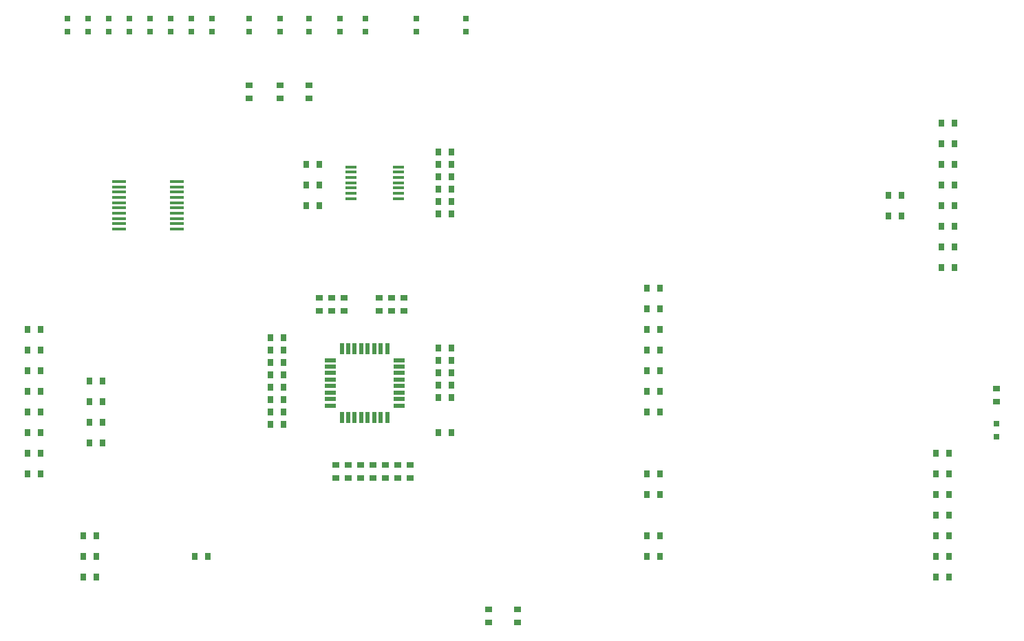
<source format=gtp>
G04*
G04 #@! TF.GenerationSoftware,Altium Limited,Altium Designer,22.3.1 (43)*
G04*
G04 Layer_Color=8421504*
%FSLAX25Y25*%
%MOIN*%
G70*
G04*
G04 #@! TF.SameCoordinates,C488EDB3-D5C6-4A86-98F8-C412E4F75817*
G04*
G04*
G04 #@! TF.FilePolarity,Positive*
G04*
G01*
G75*
%ADD15R,0.03740X0.03150*%
%ADD16R,0.03150X0.03150*%
%ADD17R,0.07087X0.01772*%
%ADD18R,0.05807X0.01772*%
%ADD19R,0.03150X0.03740*%
%ADD20R,0.02362X0.05807*%
%ADD21R,0.05807X0.02362*%
D15*
X280000Y54150D02*
D03*
Y47850D02*
D03*
X294000Y54150D02*
D03*
Y47850D02*
D03*
X164000Y301850D02*
D03*
Y308150D02*
D03*
X179000Y301850D02*
D03*
Y308150D02*
D03*
X193000Y301850D02*
D03*
Y308150D02*
D03*
X227000Y198850D02*
D03*
Y205150D02*
D03*
X210000D02*
D03*
Y198850D02*
D03*
X233000D02*
D03*
Y205150D02*
D03*
X204000D02*
D03*
Y198850D02*
D03*
X239000D02*
D03*
Y205150D02*
D03*
X198000D02*
D03*
Y198850D02*
D03*
X242000Y124150D02*
D03*
Y117850D02*
D03*
X236000Y124150D02*
D03*
Y117850D02*
D03*
X230000Y124150D02*
D03*
Y117850D02*
D03*
X224000Y124150D02*
D03*
Y117850D02*
D03*
X206000D02*
D03*
Y124150D02*
D03*
X218000D02*
D03*
Y117850D02*
D03*
X212000Y124150D02*
D03*
Y117850D02*
D03*
X526000Y154850D02*
D03*
Y161150D02*
D03*
D16*
Y144299D02*
D03*
Y138000D02*
D03*
X164000Y340650D02*
D03*
Y334350D02*
D03*
X179000Y340650D02*
D03*
Y334350D02*
D03*
X193000Y340650D02*
D03*
Y334350D02*
D03*
X269000Y340650D02*
D03*
Y334350D02*
D03*
X245000Y340650D02*
D03*
Y334350D02*
D03*
X146000Y340650D02*
D03*
Y334350D02*
D03*
X136000Y340650D02*
D03*
Y334350D02*
D03*
X126000Y340650D02*
D03*
Y334350D02*
D03*
X116000Y340650D02*
D03*
Y334350D02*
D03*
X106000Y340650D02*
D03*
Y334350D02*
D03*
X96000Y340650D02*
D03*
Y334350D02*
D03*
X86000Y340650D02*
D03*
Y334350D02*
D03*
X76000Y340650D02*
D03*
Y334350D02*
D03*
X208000Y340650D02*
D03*
Y334350D02*
D03*
X220500Y340650D02*
D03*
Y334350D02*
D03*
D17*
X101024Y261516D02*
D03*
Y258957D02*
D03*
Y256398D02*
D03*
Y253839D02*
D03*
Y251279D02*
D03*
Y248721D02*
D03*
Y246161D02*
D03*
Y243602D02*
D03*
Y241043D02*
D03*
Y238484D02*
D03*
X128976D02*
D03*
Y241043D02*
D03*
Y243602D02*
D03*
Y246161D02*
D03*
Y248721D02*
D03*
Y251279D02*
D03*
Y253839D02*
D03*
Y256398D02*
D03*
Y258957D02*
D03*
Y261516D02*
D03*
D18*
X213433Y268677D02*
D03*
Y266118D02*
D03*
Y263559D02*
D03*
Y261000D02*
D03*
Y258441D02*
D03*
Y255882D02*
D03*
Y253323D02*
D03*
X236567D02*
D03*
Y255882D02*
D03*
Y258441D02*
D03*
Y261000D02*
D03*
Y263559D02*
D03*
Y266118D02*
D03*
Y268677D02*
D03*
D19*
X262150Y140000D02*
D03*
X255850D02*
D03*
X191850Y270000D02*
D03*
X198150D02*
D03*
Y250000D02*
D03*
X191850D02*
D03*
Y260000D02*
D03*
X198150D02*
D03*
X255850Y246000D02*
D03*
X262150D02*
D03*
Y252000D02*
D03*
X255850D02*
D03*
Y258000D02*
D03*
X262150D02*
D03*
Y264000D02*
D03*
X255850D02*
D03*
Y270000D02*
D03*
X262150D02*
D03*
Y276000D02*
D03*
X255850D02*
D03*
X83850Y90000D02*
D03*
X90150D02*
D03*
X63150Y190000D02*
D03*
X56850D02*
D03*
X137850Y80000D02*
D03*
X144150D02*
D03*
X83850D02*
D03*
X90150D02*
D03*
X63150Y180000D02*
D03*
X56850D02*
D03*
X83850Y70000D02*
D03*
X90150D02*
D03*
X86850Y165000D02*
D03*
X93150D02*
D03*
X63150Y170000D02*
D03*
X56850D02*
D03*
X86850Y155000D02*
D03*
X93150D02*
D03*
X63150Y160000D02*
D03*
X56850D02*
D03*
X86850Y145000D02*
D03*
X93150D02*
D03*
X63150Y150000D02*
D03*
X56850D02*
D03*
X86850Y135000D02*
D03*
X93150D02*
D03*
X63150Y140000D02*
D03*
X56850D02*
D03*
X63150Y130000D02*
D03*
X56850D02*
D03*
X63150Y120000D02*
D03*
X56850D02*
D03*
X255850Y181000D02*
D03*
X262150D02*
D03*
X174350Y186000D02*
D03*
X180650D02*
D03*
X255850Y175000D02*
D03*
X262150D02*
D03*
X174350Y180000D02*
D03*
X180650D02*
D03*
X255850Y169000D02*
D03*
X262150D02*
D03*
X174350Y174000D02*
D03*
X180650D02*
D03*
X255850Y163000D02*
D03*
X262150D02*
D03*
X174350Y168000D02*
D03*
X180650D02*
D03*
X255850Y157000D02*
D03*
X262150D02*
D03*
X174350Y162000D02*
D03*
X180650D02*
D03*
X174350Y156000D02*
D03*
X180650D02*
D03*
X174350Y150000D02*
D03*
X180650D02*
D03*
X174350Y144000D02*
D03*
X180650D02*
D03*
X496850Y110000D02*
D03*
X503150D02*
D03*
X356850Y210000D02*
D03*
X363150D02*
D03*
X499350Y220000D02*
D03*
X505650D02*
D03*
X496850Y120000D02*
D03*
X503150D02*
D03*
X356850Y200000D02*
D03*
X363150D02*
D03*
X499350Y230000D02*
D03*
X505650D02*
D03*
X363150Y150000D02*
D03*
X356850D02*
D03*
X480000Y245000D02*
D03*
X473701D02*
D03*
X499350Y240000D02*
D03*
X505650D02*
D03*
X496850Y100000D02*
D03*
X503150D02*
D03*
X480000Y255000D02*
D03*
X473701D02*
D03*
X499350Y250000D02*
D03*
X505650D02*
D03*
X496850Y80000D02*
D03*
X503150D02*
D03*
X356850Y190000D02*
D03*
X363150D02*
D03*
X499350Y260000D02*
D03*
X505650D02*
D03*
X496850Y90000D02*
D03*
X503150D02*
D03*
X356850Y180000D02*
D03*
X363150D02*
D03*
X499350Y270000D02*
D03*
X505650D02*
D03*
X363150Y160000D02*
D03*
X356850D02*
D03*
Y170000D02*
D03*
X363150D02*
D03*
X499350Y280000D02*
D03*
X505650D02*
D03*
X363150Y90000D02*
D03*
X356850D02*
D03*
Y110000D02*
D03*
X363150D02*
D03*
X499350Y290000D02*
D03*
X505650D02*
D03*
X363150Y80000D02*
D03*
X356850D02*
D03*
X363150Y120000D02*
D03*
X356850D02*
D03*
X503150Y130000D02*
D03*
X496850D02*
D03*
X503150Y70000D02*
D03*
X496850D02*
D03*
D20*
X208976Y180685D02*
D03*
X212126D02*
D03*
X215276D02*
D03*
X218425D02*
D03*
X221575D02*
D03*
X224724D02*
D03*
X227874D02*
D03*
X231024D02*
D03*
Y147315D02*
D03*
X227874D02*
D03*
X224724D02*
D03*
X221575D02*
D03*
X218425D02*
D03*
X215276D02*
D03*
X212126D02*
D03*
X208976D02*
D03*
D21*
X236685Y175024D02*
D03*
Y171874D02*
D03*
Y168724D02*
D03*
Y165575D02*
D03*
Y162425D02*
D03*
Y159276D02*
D03*
Y156126D02*
D03*
Y152976D02*
D03*
X203315D02*
D03*
Y156126D02*
D03*
Y159276D02*
D03*
Y162425D02*
D03*
Y165575D02*
D03*
Y168724D02*
D03*
Y171874D02*
D03*
Y175024D02*
D03*
M02*

</source>
